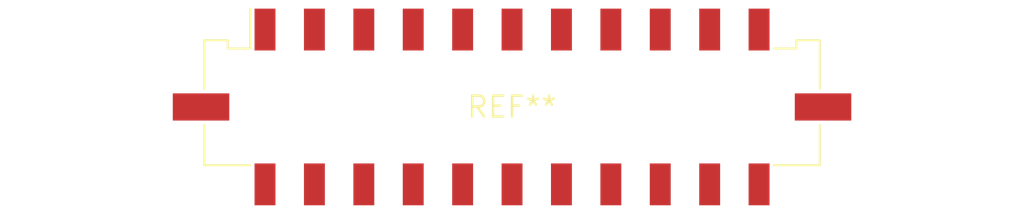
<source format=kicad_pcb>
(kicad_pcb (version 20240108) (generator pcbnew)
  (layers (0 "F.Cu" signal) (31 "B.Cu" signal) (34 "B.Paste" user) (35 "F.Paste" user) (36 "B.SilkS" user "B.Silkscreen") (37 "F.SilkS" user "F.Silkscreen") (38 "B.Mask" user) (39 "F.Mask" user) (44 "Edge.Cuts" user))
  (net 0 "")
  (footprint "Molex_Micro-Fit_3.0_43045-2218_2x11-1MP_P3.00mm_Vertical" (layer "F.Cu") (at 0 0)
    (property "Reference" "REF**")
    (property "Value" "Molex_Micro-Fit_3.0_43045-2218_2x11-1MP_P3.00mm_Vertical")
    (fp_line (start -18.685 -4.05) (end -17.265 -4.05) (layer "F.SilkS") (stroke (width 0.12)))
    (fp_line (start -18.685 -1.085) (end -18.685 -4.05) (layer "F.SilkS") (stroke (width 0.12)))
    (fp_line (start -18.685 1.085) (end -18.685 3.54) (layer "F.SilkS") (stroke (width 0.12)))
    (fp_line (start -18.685 3.54) (end -15.895 3.54) (layer "F.SilkS") (stroke (width 0.12)))
    (fp_line (start -17.265 -4.05) (end -17.265 -3.55) (layer "F.SilkS") (stroke (width 0.12)))
    (fp_line (start -17.265 -3.55) (end -15.895 -3.55) (layer "F.SilkS") (stroke (width 0.12)))
    (fp_line (start -15.895 -3.55) (end -15.895 -5.97) (layer "F.SilkS") (stroke (width 0.12)))
    (fp_line (start 17.265 -4.05) (end 17.265 -3.55) (layer "F.SilkS") (stroke (width 0.12)))
    (fp_line (start 17.265 -3.55) (end 15.895 -3.55) (layer "F.SilkS") (stroke (width 0.12)))
    (fp_line (start 18.685 -4.05) (end 17.265 -4.05) (layer "F.SilkS") (stroke (width 0.12)))
    (fp_line (start 18.685 -1.085) (end 18.685 -4.05) (layer "F.SilkS") (stroke (width 0.12)))
    (fp_line (start 18.685 1.085) (end 18.685 3.54) (layer "F.SilkS") (stroke (width 0.12)))
    (fp_line (start 18.685 3.54) (end 15.895 3.54) (layer "F.SilkS") (stroke (width 0.12)))
    (pad "1" smd rect (at -15 -4.7) (size 1.27 2.54) (layers "F.Cu" "F.Paste" "F.Mask"))
    (pad "2" smd rect (at -12 -4.7) (size 1.27 2.54) (layers "F.Cu" "F.Paste" "F.Mask"))
    (pad "3" smd rect (at -9 -4.7) (size 1.27 2.54) (layers "F.Cu" "F.Paste" "F.Mask"))
    (pad "4" smd rect (at -6 -4.7) (size 1.27 2.54) (layers "F.Cu" "F.Paste" "F.Mask"))
    (pad "5" smd rect (at -3 -4.7) (size 1.27 2.54) (layers "F.Cu" "F.Paste" "F.Mask"))
    (pad "6" smd rect (at 0 -4.7) (size 1.27 2.54) (layers "F.Cu" "F.Paste" "F.Mask"))
    (pad "7" smd rect (at 3 -4.7) (size 1.27 2.54) (layers "F.Cu" "F.Paste" "F.Mask"))
    (pad "8" smd rect (at 6 -4.7) (size 1.27 2.54) (layers "F.Cu" "F.Paste" "F.Mask"))
    (pad "9" smd rect (at 9 -4.7) (size 1.27 2.54) (layers "F.Cu" "F.Paste" "F.Mask"))
    (pad "10" smd rect (at 12 -4.7) (size 1.27 2.54) (layers "F.Cu" "F.Paste" "F.Mask"))
    (pad "11" smd rect (at 15 -4.7) (size 1.27 2.54) (layers "F.Cu" "F.Paste" "F.Mask"))
    (pad "12" smd rect (at -15 4.7) (size 1.27 2.54) (layers "F.Cu" "F.Paste" "F.Mask"))
    (pad "13" smd rect (at -12 4.7) (size 1.27 2.54) (layers "F.Cu" "F.Paste" "F.Mask"))
    (pad "14" smd rect (at -9 4.7) (size 1.27 2.54) (layers "F.Cu" "F.Paste" "F.Mask"))
    (pad "15" smd rect (at -6 4.7) (size 1.27 2.54) (layers "F.Cu" "F.Paste" "F.Mask"))
    (pad "16" smd rect (at -3 4.7) (size 1.27 2.54) (layers "F.Cu" "F.Paste" "F.Mask"))
    (pad "17" smd rect (at 0 4.7) (size 1.27 2.54) (layers "F.Cu" "F.Paste" "F.Mask"))
    (pad "18" smd rect (at 3 4.7) (size 1.27 2.54) (layers "F.Cu" "F.Paste" "F.Mask"))
    (pad "19" smd rect (at 6 4.7) (size 1.27 2.54) (layers "F.Cu" "F.Paste" "F.Mask"))
    (pad "20" smd rect (at 9 4.7) (size 1.27 2.54) (layers "F.Cu" "F.Paste" "F.Mask"))
    (pad "21" smd rect (at 12 4.7) (size 1.27 2.54) (layers "F.Cu" "F.Paste" "F.Mask"))
    (pad "22" smd rect (at 15 4.7) (size 1.27 2.54) (layers "F.Cu" "F.Paste" "F.Mask"))
    (pad "MP" smd rect (at -18.885 0) (size 3.43 1.65) (layers "F.Cu" "F.Paste" "F.Mask"))
    (pad "MP" smd rect (at 18.885 0) (size 3.43 1.65) (layers "F.Cu" "F.Paste" "F.Mask"))
  )
)
</source>
